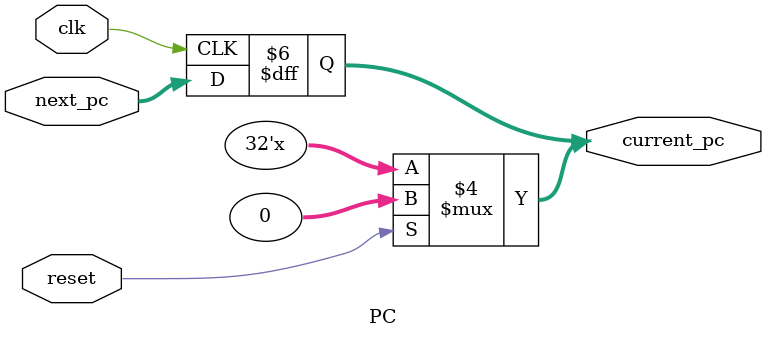
<source format=v>
module PC(
    input reset,       // input (Use reset to initialize PC. Initial value must be 0)
    input clk,         // input
    input [31:0] next_pc,     // input
    output reg [31:0] current_pc   // output
  );


initial begin
    current_pc<=0;
end

always @(*)begin
    if(reset)begin
        current_pc<=0;
    end
end

always @(posedge clk)begin
    current_pc<=next_pc;
end


endmodule

</source>
